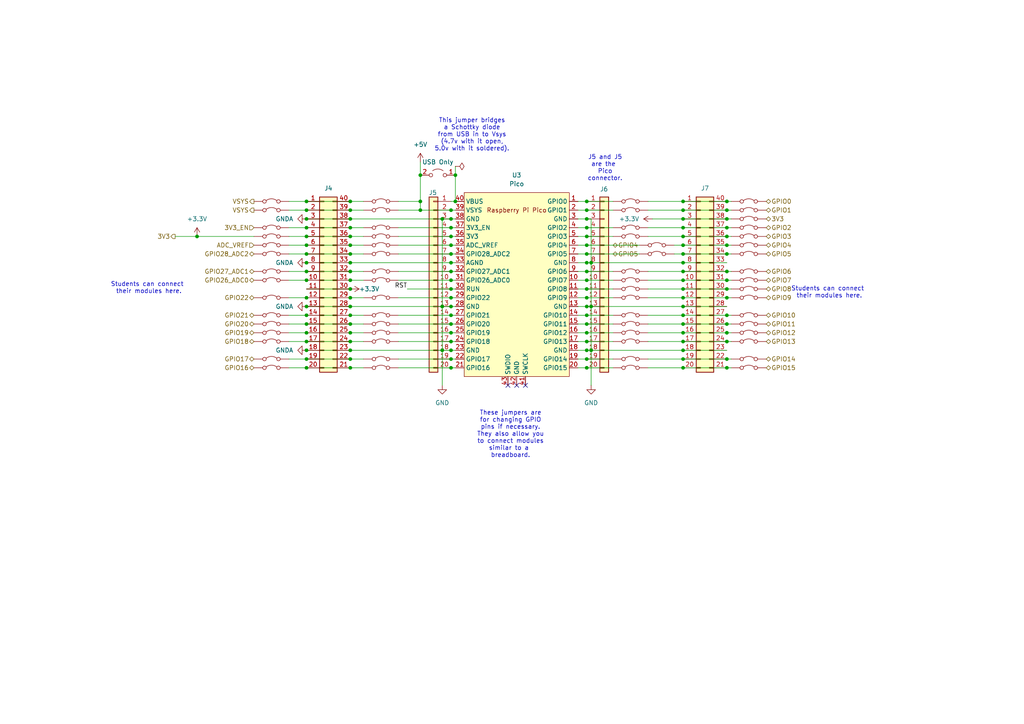
<source format=kicad_sch>
(kicad_sch (version 20250114) (generator "eeschema") (generator_version "9.0")
  (paper "A4")
  (text "These jumpers are\nfor changing GPIO\npins if necessary.\nThey also allow you\nto connect modules\nsimilar to a \nbreadboard." (at 148.082 125.984 0) (effects (font (size 1.27 1.27))))
  (text "Students can connect \ntheir modules here." (at 43.18 83.566 0) (effects (font (size 1.27 1.27))))
  (text "J5 and J5\nare the \nPico\nconnector." (at 175.514 48.768 0) (effects (font (size 1.27 1.27))))
  (text "This jumper bridges\na Schottky diode\nfrom USB in to Vsys\n(4.7v with it open,\n5.0v with it soldered)." (at 136.906 39.116 0) (effects (font (size 1.27 1.27))))
  (text "Students can connect \ntheir modules here." (at 240.538 84.836 0) (effects (font (size 1.27 1.27))))
  (junction (at 88.9 104.14))
  (junction (at 132.08 58.42))
  (junction (at 128.27 63.5))
  (junction (at 170.18 106.68))
  (junction (at 101.6 93.98))
  (junction (at 170.18 93.98))
  (junction (at 210.82 66.04))
  (junction (at 198.12 99.06))
  (junction (at 170.18 99.06))
  (junction (at 88.9 96.52))
  (junction (at 198.12 86.36))
  (junction (at 210.82 91.44))
  (junction (at 128.27 101.6))
  (junction (at 171.45 76.2))
  (junction (at 210.82 78.74))
  (junction (at 130.81 83.82))
  (junction (at 88.9 106.68))
  (junction (at 170.18 91.44))
  (junction (at 88.9 68.58))
  (junction (at 171.45 88.9))
  (junction (at 88.9 91.44))
  (junction (at 170.18 71.12))
  (junction (at 101.6 76.2))
  (junction (at 101.6 96.52))
  (junction (at 210.82 68.58))
  (junction (at 170.18 68.58))
  (junction (at 132.08 50.8))
  (junction (at 210.82 71.12))
  (junction (at 121.92 50.8))
  (junction (at 170.18 76.2))
  (junction (at 101.6 63.5))
  (junction (at 130.81 106.68))
  (junction (at 101.6 58.42))
  (junction (at 210.82 81.28))
  (junction (at 170.18 63.5))
  (junction (at 101.6 88.9))
  (junction (at 198.12 60.96))
  (junction (at 130.81 76.2))
  (junction (at 198.12 81.28))
  (junction (at 101.6 78.74))
  (junction (at 88.9 99.06))
  (junction (at 210.82 73.66))
  (junction (at 170.18 104.14))
  (junction (at 101.6 81.28))
  (junction (at 88.9 58.42))
  (junction (at 210.82 104.14))
  (junction (at 101.6 91.44))
  (junction (at 210.82 93.98))
  (junction (at 101.6 104.14))
  (junction (at 210.82 86.36))
  (junction (at 88.9 63.5))
  (junction (at 101.6 83.82))
  (junction (at 210.82 60.96))
  (junction (at 101.6 68.58))
  (junction (at 121.92 60.96))
  (junction (at 101.6 71.12))
  (junction (at 198.12 71.12))
  (junction (at 101.6 60.96))
  (junction (at 121.92 58.42))
  (junction (at 130.81 96.52))
  (junction (at 88.9 81.28))
  (junction (at 198.12 104.14))
  (junction (at 210.82 58.42))
  (junction (at 198.12 58.42))
  (junction (at 130.81 78.74))
  (junction (at 88.9 66.04))
  (junction (at 210.82 106.68))
  (junction (at 210.82 83.82))
  (junction (at 170.18 58.42))
  (junction (at 130.81 60.96))
  (junction (at 88.9 60.96))
  (junction (at 198.12 76.2))
  (junction (at 198.12 68.58))
  (junction (at 101.6 106.68))
  (junction (at 88.9 71.12))
  (junction (at 101.6 99.06))
  (junction (at 171.45 101.6))
  (junction (at 130.81 66.04))
  (junction (at 130.81 91.44))
  (junction (at 88.9 73.66))
  (junction (at 130.81 101.6))
  (junction (at 57.15 68.58))
  (junction (at 170.18 101.6))
  (junction (at 101.6 73.66))
  (junction (at 88.9 76.2))
  (junction (at 170.18 60.96))
  (junction (at 198.12 101.6))
  (junction (at 170.18 88.9))
  (junction (at 198.12 83.82))
  (junction (at 198.12 78.74))
  (junction (at 198.12 73.66))
  (junction (at 88.9 93.98))
  (junction (at 130.81 88.9))
  (junction (at 130.81 63.5))
  (junction (at 130.81 81.28))
  (junction (at 88.9 101.6))
  (junction (at 130.81 86.36))
  (junction (at 170.18 96.52))
  (junction (at 130.81 71.12))
  (junction (at 210.82 63.5))
  (junction (at 101.6 66.04))
  (junction (at 128.27 88.9))
  (junction (at 210.82 96.52))
  (junction (at 170.18 81.28))
  (junction (at 198.12 91.44))
  (junction (at 130.81 68.58))
  (junction (at 170.18 83.82))
  (junction (at 198.12 63.5))
  (junction (at 198.12 96.52))
  (junction (at 101.6 86.36))
  (junction (at 170.18 86.36))
  (junction (at 198.12 106.68))
  (junction (at 198.12 66.04))
  (junction (at 198.12 93.98))
  (junction (at 170.18 78.74))
  (junction (at 210.82 99.06))
  (junction (at 101.6 101.6))
  (junction (at 170.18 66.04))
  (junction (at 130.81 93.98))
  (junction (at 88.9 88.9))
  (junction (at 198.12 88.9))
  (junction (at 130.81 73.66))
  (junction (at 88.9 86.36))
  (junction (at 170.18 73.66))
  (junction (at 130.81 99.06))
  (junction (at 130.81 104.14))
  (junction (at 88.9 78.74))
  (no_connect (at 152.4 111.76))
  (no_connect (at 147.32 111.76))
  (no_connect (at 149.86 111.76))
  (wire (pts (xy 83.82 93.98) (xy 88.9 93.98)))
  (wire (pts (xy 88.9 68.58) (xy 101.6 68.58)))
  (wire (pts (xy 130.81 99.06) (xy 132.08 99.06)))
  (wire (pts (xy 121.92 46.99) (xy 121.92 50.8)))
  (wire (pts (xy 88.9 91.44) (xy 101.6 91.44)))
  (wire (pts (xy 130.81 63.5) (xy 128.27 63.5)))
  (wire (pts (xy 171.45 76.2) (xy 171.45 88.9)))
  (wire (pts (xy 170.18 63.5) (xy 167.64 63.5)))
  (wire (pts (xy 187.96 96.52) (xy 198.12 96.52)))
  (wire (pts (xy 130.81 88.9) (xy 128.27 88.9)))
  (wire (pts (xy 130.81 96.52) (xy 132.08 96.52)))
  (wire (pts (xy 130.81 83.82) (xy 132.08 83.82)))
  (wire (pts (xy 88.9 71.12) (xy 101.6 71.12)))
  (wire (pts (xy 187.96 104.14) (xy 198.12 104.14)))
  (wire (pts (xy 198.12 76.2) (xy 210.82 76.2)))
  (wire (pts (xy 187.96 58.42) (xy 198.12 58.42)))
  (wire (pts (xy 88.9 88.9) (xy 101.6 88.9)))
  (wire (pts (xy 88.9 99.06) (xy 101.6 99.06)))
  (wire (pts (xy 88.9 104.14) (xy 101.6 104.14)))
  (wire (pts (xy 198.12 71.12) (xy 210.82 71.12)))
  (wire (pts (xy 187.96 86.36) (xy 198.12 86.36)))
  (wire (pts (xy 115.57 93.98) (xy 130.81 93.98)))
  (wire (pts (xy 115.57 78.74) (xy 130.81 78.74)))
  (wire (pts (xy 170.18 68.58) (xy 177.8 68.58)))
  (wire (pts (xy 167.64 104.14) (xy 170.18 104.14)))
  (wire (pts (xy 128.27 88.9) (xy 128.27 101.6)))
  (wire (pts (xy 170.18 71.12) (xy 185.42 71.12)))
  (wire (pts (xy 115.57 106.68) (xy 130.81 106.68)))
  (wire (pts (xy 83.82 78.74) (xy 88.9 78.74)))
  (wire (pts (xy 83.82 58.42) (xy 88.9 58.42)))
  (wire (pts (xy 101.6 76.2) (xy 130.81 76.2)))
  (wire (pts (xy 130.81 63.5) (xy 132.08 63.5)))
  (wire (pts (xy 101.6 88.9) (xy 128.27 88.9)))
  (wire (pts (xy 115.57 104.14) (xy 130.81 104.14)))
  (wire (pts (xy 198.12 58.42) (xy 210.82 58.42)))
  (wire (pts (xy 115.57 81.28) (xy 130.81 81.28)))
  (wire (pts (xy 171.45 63.5) (xy 171.45 76.2)))
  (wire (pts (xy 83.82 91.44) (xy 88.9 91.44)))
  (wire (pts (xy 198.12 63.5) (xy 189.23 63.5)))
  (wire (pts (xy 83.82 86.36) (xy 88.9 86.36)))
  (wire (pts (xy 210.82 83.82) (xy 212.09 83.82)))
  (wire (pts (xy 105.41 60.96) (xy 101.6 60.96)))
  (wire (pts (xy 130.81 73.66) (xy 132.08 73.66)))
  (wire (pts (xy 88.9 78.74) (xy 101.6 78.74)))
  (wire (pts (xy 130.81 58.42) (xy 132.08 58.42)))
  (wire (pts (xy 171.45 101.6) (xy 198.12 101.6)))
  (wire (pts (xy 132.08 48.26) (xy 132.08 50.8)))
  (wire (pts (xy 170.18 73.66) (xy 167.64 73.66)))
  (wire (pts (xy 105.41 93.98) (xy 101.6 93.98)))
  (wire (pts (xy 115.57 71.12) (xy 130.81 71.12)))
  (wire (pts (xy 198.12 93.98) (xy 210.82 93.98)))
  (wire (pts (xy 187.96 60.96) (xy 198.12 60.96)))
  (wire (pts (xy 170.18 91.44) (xy 177.8 91.44)))
  (wire (pts (xy 177.8 66.04) (xy 170.18 66.04)))
  (wire (pts (xy 187.96 106.68) (xy 198.12 106.68)))
  (wire (pts (xy 198.12 101.6) (xy 210.82 101.6)))
  (wire (pts (xy 83.82 66.04) (xy 88.9 66.04)))
  (wire (pts (xy 130.81 71.12) (xy 132.08 71.12)))
  (wire (pts (xy 88.9 86.36) (xy 101.6 86.36)))
  (wire (pts (xy 187.96 99.06) (xy 198.12 99.06)))
  (wire (pts (xy 167.64 106.68) (xy 170.18 106.68)))
  (wire (pts (xy 210.82 93.98) (xy 212.09 93.98)))
  (wire (pts (xy 198.12 88.9) (xy 210.82 88.9)))
  (wire (pts (xy 83.82 73.66) (xy 88.9 73.66)))
  (wire (pts (xy 130.81 60.96) (xy 121.92 60.96)))
  (wire (pts (xy 83.82 71.12) (xy 88.9 71.12)))
  (wire (pts (xy 170.18 96.52) (xy 167.64 96.52)))
  (wire (pts (xy 170.18 76.2) (xy 171.45 76.2)))
  (wire (pts (xy 210.82 91.44) (xy 212.09 91.44)))
  (wire (pts (xy 130.81 81.28) (xy 132.08 81.28)))
  (wire (pts (xy 115.57 68.58) (xy 130.81 68.58)))
  (wire (pts (xy 198.12 91.44) (xy 210.82 91.44)))
  (wire (pts (xy 121.92 58.42) (xy 121.92 60.96)))
  (wire (pts (xy 167.64 88.9) (xy 170.18 88.9)))
  (wire (pts (xy 170.18 99.06) (xy 177.8 99.06)))
  (wire (pts (xy 83.82 68.58) (xy 88.9 68.58)))
  (wire (pts (xy 105.41 58.42) (xy 101.6 58.42)))
  (wire (pts (xy 170.18 96.52) (xy 177.8 96.52)))
  (wire (pts (xy 198.12 96.52) (xy 210.82 96.52)))
  (wire (pts (xy 210.82 71.12) (xy 212.09 71.12)))
  (wire (pts (xy 170.18 66.04) (xy 167.64 66.04)))
  (wire (pts (xy 170.18 60.96) (xy 167.64 60.96)))
  (wire (pts (xy 130.81 60.96) (xy 132.08 60.96)))
  (wire (pts (xy 130.81 78.74) (xy 132.08 78.74)))
  (wire (pts (xy 210.82 81.28) (xy 212.09 81.28)))
  (wire (pts (xy 115.57 96.52) (xy 130.81 96.52)))
  (wire (pts (xy 198.12 63.5) (xy 210.82 63.5)))
  (wire (pts (xy 198.12 68.58) (xy 210.82 68.58)))
  (wire (pts (xy 130.81 91.44) (xy 132.08 91.44)))
  (wire (pts (xy 130.81 93.98) (xy 132.08 93.98)))
  (wire (pts (xy 115.57 58.42) (xy 121.92 58.42)))
  (wire (pts (xy 170.18 71.12) (xy 167.64 71.12)))
  (wire (pts (xy 105.41 86.36) (xy 101.6 86.36)))
  (wire (pts (xy 167.64 91.44) (xy 170.18 91.44)))
  (wire (pts (xy 210.82 104.14) (xy 212.09 104.14)))
  (wire (pts (xy 132.08 50.8) (xy 132.08 58.42)))
  (wire (pts (xy 105.41 71.12) (xy 101.6 71.12)))
  (wire (pts (xy 170.18 104.14) (xy 177.8 104.14)))
  (wire (pts (xy 170.18 81.28) (xy 177.8 81.28)))
  (wire (pts (xy 83.82 81.28) (xy 88.9 81.28)))
  (wire (pts (xy 50.8 68.58) (xy 57.15 68.58)))
  (wire (pts (xy 198.12 60.96) (xy 210.82 60.96)))
  (wire (pts (xy 105.41 81.28) (xy 101.6 81.28)))
  (wire (pts (xy 115.57 60.96) (xy 121.92 60.96)))
  (wire (pts (xy 170.18 93.98) (xy 167.64 93.98)))
  (wire (pts (xy 101.6 104.14) (xy 105.41 104.14)))
  (wire (pts (xy 83.82 96.52) (xy 88.9 96.52)))
  (wire (pts (xy 170.18 78.74) (xy 177.8 78.74)))
  (wire (pts (xy 187.96 81.28) (xy 198.12 81.28)))
  (wire (pts (xy 210.82 86.36) (xy 212.09 86.36)))
  (wire (pts (xy 198.12 99.06) (xy 210.82 99.06)))
  (wire (pts (xy 105.41 106.68) (xy 101.6 106.68)))
  (wire (pts (xy 88.9 66.04) (xy 101.6 66.04)))
  (wire (pts (xy 170.18 106.68) (xy 177.8 106.68)))
  (wire (pts (xy 195.58 71.12) (xy 198.12 71.12)))
  (wire (pts (xy 88.9 83.82) (xy 101.6 83.82)))
  (wire (pts (xy 170.18 58.42) (xy 167.64 58.42)))
  (wire (pts (xy 105.41 68.58) (xy 101.6 68.58)))
  (wire (pts (xy 130.81 88.9) (xy 132.08 88.9)))
  (wire (pts (xy 170.18 101.6) (xy 167.64 101.6)))
  (wire (pts (xy 130.81 68.58) (xy 132.08 68.58)))
  (wire (pts (xy 198.12 104.14) (xy 210.82 104.14)))
  (wire (pts (xy 167.64 86.36) (xy 170.18 86.36)))
  (wire (pts (xy 115.57 91.44) (xy 130.81 91.44)))
  (wire (pts (xy 210.82 106.68) (xy 212.09 106.68)))
  (wire (pts (xy 115.57 73.66) (xy 130.81 73.66)))
  (wire (pts (xy 130.81 106.68) (xy 132.08 106.68)))
  (wire (pts (xy 212.09 63.5) (xy 210.82 63.5)))
  (wire (pts (xy 170.18 99.06) (xy 167.64 99.06)))
  (wire (pts (xy 115.57 66.04) (xy 130.81 66.04)))
  (wire (pts (xy 170.18 83.82) (xy 177.8 83.82)))
  (wire (pts (xy 88.9 96.52) (xy 101.6 96.52)))
  (wire (pts (xy 170.18 63.5) (xy 171.45 63.5)))
  (wire (pts (xy 210.82 99.06) (xy 212.09 99.06)))
  (wire (pts (xy 210.82 96.52) (xy 212.09 96.52)))
  (wire (pts (xy 105.41 91.44) (xy 101.6 91.44)))
  (wire (pts (xy 195.58 73.66) (xy 198.12 73.66)))
  (wire (pts (xy 132.08 101.6) (xy 130.81 101.6)))
  (wire (pts (xy 88.9 101.6) (xy 101.6 101.6)))
  (wire (pts (xy 88.9 60.96) (xy 101.6 60.96)))
  (wire (pts (xy 170.18 86.36) (xy 177.8 86.36)))
  (wire (pts (xy 105.41 73.66) (xy 101.6 73.66)))
  (wire (pts (xy 83.82 99.06) (xy 88.9 99.06)))
  (wire (pts (xy 118.11 83.82) (xy 130.81 83.82)))
  (wire (pts (xy 121.92 50.8) (xy 121.92 58.42)))
  (wire (pts (xy 187.96 91.44) (xy 198.12 91.44)))
  (wire (pts (xy 187.96 78.74) (xy 198.12 78.74)))
  (wire (pts (xy 170.18 101.6) (xy 171.45 101.6)))
  (wire (pts (xy 167.64 76.2) (xy 170.18 76.2)))
  (wire (pts (xy 88.9 58.42) (xy 101.6 58.42)))
  (wire (pts (xy 187.96 93.98) (xy 198.12 93.98)))
  (wire (pts (xy 130.81 66.04) (xy 132.08 66.04)))
  (wire (pts (xy 170.18 83.82) (xy 167.64 83.82)))
  (wire (pts (xy 115.57 99.06) (xy 130.81 99.06)))
  (wire (pts (xy 130.81 101.6) (xy 128.27 101.6)))
  (wire (pts (xy 170.18 73.66) (xy 185.42 73.66)))
  (wire (pts (xy 105.41 96.52) (xy 101.6 96.52)))
  (wire (pts (xy 101.6 101.6) (xy 128.27 101.6)))
  (wire (pts (xy 170.18 68.58) (xy 167.64 68.58)))
  (wire (pts (xy 171.45 88.9) (xy 198.12 88.9)))
  (wire (pts (xy 88.9 76.2) (xy 101.6 76.2)))
  (wire (pts (xy 88.9 93.98) (xy 101.6 93.98)))
  (wire (pts (xy 198.12 106.68) (xy 210.82 106.68)))
  (wire (pts (xy 83.82 104.14) (xy 88.9 104.14)))
  (wire (pts (xy 115.57 86.36) (xy 130.81 86.36)))
  (wire (pts (xy 210.82 78.74) (xy 212.09 78.74)))
  (wire (pts (xy 177.8 58.42) (xy 170.18 58.42)))
  (wire (pts (xy 170.18 60.96) (xy 177.8 60.96)))
  (wire (pts (xy 210.82 58.42) (xy 212.09 58.42)))
  (wire (pts (xy 101.6 63.5) (xy 128.27 63.5)))
  (wire (pts (xy 128.27 101.6) (xy 128.27 111.76)))
  (wire (pts (xy 170.18 78.74) (xy 167.64 78.74)))
  (wire (pts (xy 57.15 68.58) (xy 73.66 68.58)))
  (wire (pts (xy 187.96 66.04) (xy 198.12 66.04)))
  (wire (pts (xy 88.9 73.66) (xy 101.6 73.66)))
  (wire (pts (xy 187.96 83.82) (xy 198.12 83.82)))
  (wire (pts (xy 101.6 99.06) (xy 105.41 99.06)))
  (wire (pts (xy 171.45 76.2) (xy 198.12 76.2)))
  (wire (pts (xy 210.82 60.96) (xy 212.09 60.96)))
  (wire (pts (xy 130.81 76.2) (xy 132.08 76.2)))
  (wire (pts (xy 88.9 106.68) (xy 101.6 106.68)))
  (wire (pts (xy 128.27 63.5) (xy 128.27 88.9)))
  (wire (pts (xy 198.12 81.28) (xy 210.82 81.28)))
  (wire (pts (xy 83.82 106.68) (xy 88.9 106.68)))
  (wire (pts (xy 170.18 88.9) (xy 171.45 88.9)))
  (wire (pts (xy 198.12 66.04) (xy 210.82 66.04)))
  (wire (pts (xy 210.82 73.66) (xy 212.09 73.66)))
  (wire (pts (xy 130.81 86.36) (xy 132.08 86.36)))
  (wire (pts (xy 198.12 78.74) (xy 210.82 78.74)))
  (wire (pts (xy 210.82 66.04) (xy 212.09 66.04)))
  (wire (pts (xy 83.82 60.96) (xy 88.9 60.96)))
  (wire (pts (xy 170.18 93.98) (xy 177.8 93.98)))
  (wire (pts (xy 171.45 101.6) (xy 171.45 111.76)))
  (wire (pts (xy 105.41 66.04) (xy 101.6 66.04)))
  (wire (pts (xy 171.45 88.9) (xy 171.45 101.6)))
  (wire (pts (xy 210.82 68.58) (xy 212.09 68.58)))
  (wire (pts (xy 88.9 63.5) (xy 101.6 63.5)))
  (wire (pts (xy 198.12 86.36) (xy 210.82 86.36)))
  (wire (pts (xy 187.96 68.58) (xy 198.12 68.58)))
  (wire (pts (xy 88.9 81.28) (xy 101.6 81.28)))
  (wire (pts (xy 105.41 78.74) (xy 101.6 78.74)))
  (wire (pts (xy 198.12 73.66) (xy 210.82 73.66)))
  (wire (pts (xy 198.12 83.82) (xy 210.82 83.82)))
  (wire (pts (xy 167.64 81.28) (xy 170.18 81.28)))
  (wire (pts (xy 130.81 104.14) (xy 132.08 104.14)))
  (label "RST" (at 118.11 83.82 180))
  (hierarchical_label "GPIO28_ADC2" (shape bidirectional) (at 73.66 73.66 180))
  (hierarchical_label "GPIO14" (shape bidirectional) (at 222.25 104.14 0))
  (hierarchical_label "ADC_VREF" (shape input) (at 73.66 71.12 180))
  (hierarchical_label "GPIO5" (shape bidirectional) (at 177.8 73.66 0))
  (hierarchical_label "3V3_EN" (shape input) (at 73.66 66.04 180))
  (hierarchical_label "GPIO13" (shape bidirectional) (at 222.25 99.06 0))
  (hierarchical_label "GPIO21" (shape bidirectional) (at 73.66 91.44 180))
  (hierarchical_label "GPIO26_ADC0" (shape bidirectional) (at 73.66 81.28 180))
  (hierarchical_label "GPIO20" (shape bidirectional) (at 73.66 93.98 180))
  (hierarchical_label "GPIO0" (shape bidirectional) (at 222.25 58.42 0))
  (hierarchical_label "GPIO22" (shape bidirectional) (at 73.66 86.36 180))
  (hierarchical_label "GPIO7" (shape bidirectional) (at 222.25 81.28 0))
  (hierarchical_label "3V3" (shape output) (at 50.8 68.58 180))
  (hierarchical_label "GPIO3" (shape bidirectional) (at 222.25 68.58 0))
  (hierarchical_label "GPIO19" (shape bidirectional) (at 73.66 96.52 180))
  (hierarchical_label "GPIO6" (shape bidirectional) (at 222.25 78.74 0))
  (hierarchical_label "VSYS" (shape output) (at 73.66 58.42 180))
  (hierarchical_label "GPIO1" (shape bidirectional) (at 222.25 60.96 0))
  (hierarchical_label "GPIO11" (shape bidirectional) (at 222.25 93.98 0))
  (hierarchical_label "GPIO4" (shape bidirectional) (at 222.25 71.12 0))
  (hierarchical_label "GPIO15" (shape bidirectional) (at 222.25 106.68 0))
  (hierarchical_label "GPIO27_ADC1" (shape bidirectional) (at 73.66 78.74 180))
  (hierarchical_label "GPIO8" (shape bidirectional) (at 222.25 83.82 0))
  (hierarchical_label "GPIO2" (shape bidirectional) (at 222.25 66.04 0))
  (hierarchical_label "GPIO12" (shape bidirectional) (at 222.25 96.52 0))
  (hierarchical_label "GPIO10" (shape bidirectional) (at 222.25 91.44 0))
  (hierarchical_label "GPIO16" (shape bidirectional) (at 73.66 106.68 180))
  (hierarchical_label "VSYS" (shape output) (at 73.66 60.96 180))
  (hierarchical_label "3V3" (shape bidirectional) (at 222.25 63.5 0))
  (hierarchical_label "GPIO5" (shape bidirectional) (at 222.25 73.66 0))
  (hierarchical_label "GPIO18" (shape bidirectional) (at 73.66 99.06 180))
  (hierarchical_label "GPIO4" (shape bidirectional) (at 177.8 71.12 0))
  (hierarchical_label "GPIO17" (shape bidirectional) (at 73.66 104.14 180))
  (hierarchical_label "GPIO9" (shape bidirectional) (at 222.25 86.36 0))
  (symbol (lib_id "Jumper:Jumper_2_Bridged") (at 78.74 71.12 0) (unit 1) (exclude_from_sim yes)
    (property "Reference" "JP24" (effects (hide yes)))
    (property "Value" "Jumper_2_Bridged" (effects (hide yes)))
    (property "Footprint" "Jumper:SolderJumper-2_P1.3mm_Bridged2Bar_RoundedPad1.0x1.5mm" (effects (hide yes)))
    (property "Description" "Jumper, 2-pole, closed/bridged" (effects (hide yes)))
  )
  (symbol (lib_id "Jumper:Jumper_2_Bridged") (at 182.88 58.42 0) (unit 1) (exclude_from_sim yes)
    (property "Reference" "JP51" (effects (hide yes)))
    (property "Value" "Jumper_2_Bridged" (effects (hide yes)))
    (property "Footprint" "Jumper:SolderJumper-2_P1.3mm_Bridged2Bar_RoundedPad1.0x1.5mm" (effects (hide yes)))
    (property "Description" "Jumper, 2-pole, closed/bridged" (effects (hide yes)))
  )
  (symbol (lib_id "power:GNDA") (at 88.9 76.2 270) (unit 1)
    (property "Reference" "#PWR026" (effects (hide yes)))
    (property "Value" "GNDA" (at 85.09 76.1999 90) (effects (justify right)))
  )
  (symbol (lib_id "Jumper:Jumper_2_Bridged") (at 182.88 68.58 0) (unit 1) (exclude_from_sim yes)
    (property "Reference" "JP54" (effects (hide yes)))
    (property "Value" "Jumper_2_Bridged" (effects (hide yes)))
    (property "Footprint" "Jumper:SolderJumper-2_P1.3mm_Bridged2Bar_RoundedPad1.0x1.5mm" (effects (hide yes)))
    (property "Description" "Jumper, 2-pole, closed/bridged" (effects (hide yes)))
  )
  (symbol (lib_id "Jumper:Jumper_2_Bridged") (at 182.88 96.52 0) (unit 1) (exclude_from_sim yes)
    (property "Reference" "JP63" (effects (hide yes)))
    (property "Value" "Jumper_2_Bridged" (effects (hide yes)))
    (property "Footprint" "Jumper:SolderJumper-2_P1.3mm_Bridged2Bar_RoundedPad1.0x1.5mm" (effects (hide yes)))
    (property "Description" "Jumper, 2-pole, closed/bridged" (effects (hide yes)))
  )
  (symbol (lib_id "Jumper:Jumper_2_Bridged") (at 78.74 106.68 0) (unit 1) (exclude_from_sim yes)
    (property "Reference" "JP34" (effects (hide yes)))
    (property "Value" "Jumper_2_Bridged" (effects (hide yes)))
    (property "Footprint" "Jumper:SolderJumper-2_P1.3mm_Bridged2Bar_RoundedPad1.0x1.5mm" (effects (hide yes)))
    (property "Description" "Jumper, 2-pole, closed/bridged" (effects (hide yes)))
  )
  (symbol (lib_id "power:+5V") (at 121.92 46.99 0) (mirror y) (unit 1)
    (property "Reference" "#PWR029" (effects (hide yes)))
    (property "Value" "+5V" (at 121.92 41.91 0))
  )
  (symbol (lib_id "Jumper:Jumper_2_Bridged") (at 217.17 86.36 0) (unit 1) (exclude_from_sim yes)
    (property "Reference" "JP77" (effects (hide yes)))
    (property "Value" "Jumper_2_Bridged" (effects (hide yes)))
    (property "Footprint" "Jumper:SolderJumper-2_P1.3mm_Bridged2Bar_RoundedPad1.0x1.5mm" (effects (hide yes)))
    (property "Description" "Jumper, 2-pole, closed/bridged" (effects (hide yes)))
  )
  (symbol (lib_id "Jumper:Jumper_2_Bridged") (at 217.17 93.98 0) (unit 1) (exclude_from_sim yes)
    (property "Reference" "JP79" (effects (hide yes)))
    (property "Value" "Jumper_2_Bridged" (effects (hide yes)))
    (property "Footprint" "Jumper:SolderJumper-2_P1.3mm_Bridged2Bar_RoundedPad1.0x1.5mm" (effects (hide yes)))
    (property "Description" "Jumper, 2-pole, closed/bridged" (effects (hide yes)))
  )
  (symbol (lib_id "Jumper:Jumper_2_Bridged") (at 110.49 106.68 0) (unit 1) (exclude_from_sim yes)
    (property "Reference" "JP49" (effects (hide yes)))
    (property "Value" "Jumper_2_Bridged" (effects (hide yes)))
    (property "Footprint" "Jumper:SolderJumper-2_P1.3mm_Bridged2Bar_RoundedPad1.0x1.5mm" (effects (hide yes)))
    (property "Description" "Jumper, 2-pole, closed/bridged" (effects (hide yes)))
  )
  (symbol (lib_id "Jumper:Jumper_2_Bridged") (at 182.88 104.14 0) (unit 1) (exclude_from_sim yes)
    (property "Reference" "JP65" (effects (hide yes)))
    (property "Value" "Jumper_2_Bridged" (effects (hide yes)))
    (property "Footprint" "Jumper:SolderJumper-2_P1.3mm_Bridged2Bar_RoundedPad1.0x1.5mm" (effects (hide yes)))
    (property "Description" "Jumper, 2-pole, closed/bridged" (effects (hide yes)))
  )
  (symbol (lib_id "power:GNDA") (at 88.9 88.9 270) (unit 1)
    (property "Reference" "#PWR0120" (effects (hide yes)))
    (property "Value" "GNDA" (at 85.09 88.8999 90) (effects (justify right)))
  )
  (symbol (lib_id "Jumper:Jumper_2_Bridged") (at 110.49 81.28 0) (unit 1) (exclude_from_sim yes)
    (property "Reference" "JP42" (effects (hide yes)))
    (property "Value" "Jumper_2_Bridged" (effects (hide yes)))
    (property "Footprint" "Jumper:SolderJumper-2_P1.3mm_Bridged2Bar_RoundedPad1.0x1.5mm" (effects (hide yes)))
    (property "Description" "Jumper, 2-pole, closed/bridged" (effects (hide yes)))
  )
  (symbol (lib_id "Jumper:Jumper_2_Bridged") (at 78.74 86.36 0) (unit 1) (exclude_from_sim yes)
    (property "Reference" "JP28" (effects (hide yes)))
    (property "Value" "Jumper_2_Bridged" (effects (hide yes)))
    (property "Footprint" "Jumper:SolderJumper-2_P1.3mm_Bridged2Bar_RoundedPad1.0x1.5mm" (effects (hide yes)))
    (property "Description" "Jumper, 2-pole, closed/bridged" (effects (hide yes)))
  )
  (symbol (lib_id "MCU_RaspberryPi_and_Boards:Pico") (at 149.86 82.55 0) (mirror y) (unit 1)
    (property "Reference" "U3" (at 149.86 50.8 0))
    (property "Value" "Pico" (at 149.86 53.34 0))
    (property "Footprint" "MCU_RaspberryPi_and_Boards:RPi_Pico_SMD_TH" (effects (hide yes)))
    (property "Datasheet" "https://datasheets.raspberrypi.com/pico/pico-datasheet.pdf" (effects (hide yes)))
  )
  (symbol (lib_id "Jumper:Jumper_2_Open") (at 127 50.8 0) (mirror y) (unit 1)
    (property "Reference" "JP50" (effects (hide yes)))
    (property "Value" "USB Only" (at 127 46.99 0))
    (property "Footprint" "Jumper:SolderJumper-2_P1.3mm_Open_RoundedPad1.0x1.5mm" (effects (hide yes)))
  )
  (symbol (lib_id "power:+3.3V") (at 189.23 63.5 90) (unit 1)
    (property "Reference" "#PWR032" (effects (hide yes)))
    (property "Value" "+3.3V" (at 185.42 63.4999 90) (effects (justify left)))
  )
  (symbol (lib_id "Jumper:Jumper_2_Bridged") (at 182.88 81.28 0) (unit 1) (exclude_from_sim yes)
    (property "Reference" "JP58" (effects (hide yes)))
    (property "Value" "Jumper_2_Bridged" (effects (hide yes)))
    (property "Footprint" "Jumper:SolderJumper-2_P1.3mm_Bridged2Bar_RoundedPad1.0x1.5mm" (effects (hide yes)))
    (property "Description" "Jumper, 2-pole, closed/bridged" (effects (hide yes)))
  )
  (symbol (lib_id "Jumper:Jumper_2_Bridged") (at 110.49 91.44 0) (unit 1) (exclude_from_sim yes)
    (property "Reference" "JP44" (effects (hide yes)))
    (property "Value" "Jumper_2_Bridged" (effects (hide yes)))
    (property "Footprint" "Jumper:SolderJumper-2_P1.3mm_Bridged2Bar_RoundedPad1.0x1.5mm" (effects (hide yes)))
    (property "Description" "Jumper, 2-pole, closed/bridged" (effects (hide yes)))
  )
  (symbol (lib_id "power:PWR_FLAG") (at 132.08 48.26 270) (unit 1)
    (property "Reference" "#FLG01" (effects (hide yes)))
    (property "Value" "PWR_FLAG" (effects (hide yes)))
  )
  (symbol (lib_id "Jumper:Jumper_2_Bridged") (at 110.49 99.06 0) (unit 1) (exclude_from_sim yes)
    (property "Reference" "JP47" (effects (hide yes)))
    (property "Value" "Jumper_2_Bridged" (effects (hide yes)))
    (property "Footprint" "Jumper:SolderJumper-2_P1.3mm_Bridged2Bar_RoundedPad1.0x1.5mm" (effects (hide yes)))
    (property "Description" "Jumper, 2-pole, closed/bridged" (effects (hide yes)))
  )
  (symbol (lib_id "Jumper:Jumper_2_Bridged") (at 110.49 68.58 0) (unit 1) (exclude_from_sim yes)
    (property "Reference" "JP38" (effects (hide yes)))
    (property "Value" "Jumper_2_Bridged" (effects (hide yes)))
    (property "Footprint" "Jumper:SolderJumper-2_P1.3mm_Bridged2Bar_RoundedPad1.0x1.5mm" (effects (hide yes)))
    (property "Description" "Jumper, 2-pole, closed/bridged" (effects (hide yes)))
  )
  (symbol (lib_name "+3.3V_1") (lib_id "power:+3.3V") (at 57.15 68.58 0) (unit 1)
    (property "Reference" "#PWR025" (effects (hide yes)))
    (property "Value" "+3.3V" (at 57.15 63.5 0))
    (property "Description" "Power symbol creates a global label with name \"+3.3V\"" (effects (hide yes)))
  )
  (symbol (lib_id "Jumper:Jumper_2_Bridged") (at 110.49 60.96 0) (unit 1) (exclude_from_sim yes)
    (property "Reference" "JP36" (effects (hide yes)))
    (property "Value" "Jumper_2_Bridged" (effects (hide yes)))
    (property "Footprint" "Jumper:SolderJumper-2_P1.3mm_Bridged2Bar_RoundedPad1.0x1.5mm" (effects (hide yes)))
    (property "Description" "Jumper, 2-pole, closed/bridged" (effects (hide yes)))
  )
  (symbol (lib_id "Jumper:Jumper_2_Bridged") (at 78.74 104.14 0) (unit 1) (exclude_from_sim yes)
    (property "Reference" "JP33" (effects (hide yes)))
    (property "Value" "Jumper_2_Bridged" (effects (hide yes)))
    (property "Footprint" "Jumper:SolderJumper-2_P1.3mm_Bridged2Bar_RoundedPad1.0x1.5mm" (effects (hide yes)))
    (property "Description" "Jumper, 2-pole, closed/bridged" (effects (hide yes)))
  )
  (symbol (lib_id "Jumper:Jumper_2_Bridged") (at 217.17 63.5 0) (unit 1) (exclude_from_sim yes)
    (property "Reference" "JP69" (effects (hide yes)))
    (property "Value" "Jumper_2_Bridged" (effects (hide yes)))
    (property "Footprint" "Jumper:SolderJumper-2_P1.3mm_Bridged2Bar_RoundedPad1.0x1.5mm" (effects (hide yes)))
    (property "Description" "Jumper, 2-pole, closed/bridged" (effects (hide yes)))
  )
  (symbol (lib_id "Jumper:Jumper_2_Bridged") (at 217.17 78.74 0) (unit 1) (exclude_from_sim yes)
    (property "Reference" "JP74" (effects (hide yes)))
    (property "Value" "Jumper_2_Bridged" (effects (hide yes)))
    (property "Footprint" "Jumper:SolderJumper-2_P1.3mm_Bridged2Bar_RoundedPad1.0x1.5mm" (effects (hide yes)))
    (property "Description" "Jumper, 2-pole, closed/bridged" (effects (hide yes)))
  )
  (symbol (lib_id "Jumper:Jumper_2_Bridged") (at 217.17 106.68 0) (unit 1) (exclude_from_sim yes)
    (property "Reference" "JP83" (effects (hide yes)))
    (property "Value" "Jumper_2_Bridged" (effects (hide yes)))
    (property "Footprint" "Jumper:SolderJumper-2_P1.3mm_Bridged2Bar_RoundedPad1.0x1.5mm" (effects (hide yes)))
    (property "Description" "Jumper, 2-pole, closed/bridged" (effects (hide yes)))
  )
  (symbol (lib_id "Connector_Generic:Conn_01x20") (at 175.26 81.28 0) (unit 1)
    (property "Reference" "J6" (at 173.99 54.864 0) (effects (justify left)))
    (property "Value" "Conn_01x20" (effects (hide yes)))
    (property "Footprint" "ForTaylanLibrary:PinHeader_1x20_P2.54mm_Vertical" (effects (hide yes)))
    (property "Description" "Generic connector, single row, 01x20, script generated (kicad-library-utils/schlib/autogen/connector/)" (effects (hide yes)))
    (property "LCSC" "C2905423" (effects (hide yes)))
  )
  (symbol (lib_id "power:GNDA") (at 88.9 63.5 270) (unit 1)
    (property "Reference" "#PWR0122" (effects (hide yes)))
    (property "Value" "GNDA" (at 85.09 63.4999 90) (effects (justify right)))
  )
  (symbol (lib_id "power:GNDA") (at 88.9 101.6 270) (unit 1)
    (property "Reference" "#PWR0121" (effects (hide yes)))
    (property "Value" "GNDA" (at 85.09 101.5999 90) (effects (justify right)))
  )
  (symbol (lib_id "Jumper:Jumper_2_Bridged") (at 217.17 71.12 0) (unit 1) (exclude_from_sim yes)
    (property "Reference" "JP72" (effects (hide yes)))
    (property "Value" "Jumper_2_Bridged" (effects (hide yes)))
    (property "Footprint" "Jumper:SolderJumper-2_P1.3mm_Bridged2Bar_RoundedPad1.0x1.5mm" (effects (hide yes)))
    (property "Description" "Jumper, 2-pole, closed/bridged" (effects (hide yes)))
  )
  (symbol (lib_id "power:GND") (at 171.45 111.76 0) (unit 1)
    (property "Reference" "#PWR031" (effects (hide yes)))
    (property "Value" "GND" (at 171.45 116.84 0))
    (property "Description" "Power symbol creates a global label with name \"GND\" , ground" (effects (hide yes)))
  )
  (symbol (lib_id "Jumper:Jumper_2_Bridged") (at 78.74 78.74 0) (unit 1) (exclude_from_sim yes)
    (property "Reference" "JP26" (effects (hide yes)))
    (property "Value" "Jumper_2_Bridged" (effects (hide yes)))
    (property "Footprint" "Jumper:SolderJumper-2_P1.3mm_Bridged2Bar_RoundedPad1.0x1.5mm" (effects (hide yes)))
    (property "Description" "Jumper, 2-pole, closed/bridged" (effects (hide yes)))
  )
  (symbol (lib_id "Jumper:Jumper_2_Bridged") (at 217.17 66.04 0) (unit 1) (exclude_from_sim yes)
    (property "Reference" "JP70" (effects (hide yes)))
    (property "Value" "Jumper_2_Bridged" (effects (hide yes)))
    (property "Footprint" "Jumper:SolderJumper-2_P1.3mm_Bridged2Bar_RoundedPad1.0x1.5mm" (effects (hide yes)))
    (property "Description" "Jumper, 2-pole, closed/bridged" (effects (hide yes)))
  )
  (symbol (lib_id "Jumper:Jumper_2_Bridged") (at 182.88 106.68 0) (unit 1) (exclude_from_sim yes)
    (property "Reference" "JP66" (effects (hide yes)))
    (property "Value" "Jumper_2_Bridged" (effects (hide yes)))
    (property "Footprint" "Jumper:SolderJumper-2_P1.3mm_Bridged2Bar_RoundedPad1.0x1.5mm" (effects (hide yes)))
    (property "Description" "Jumper, 2-pole, closed/bridged" (effects (hide yes)))
  )
  (symbol (lib_id "Jumper:Jumper_2_Bridged") (at 78.74 66.04 0) (unit 1) (exclude_from_sim yes)
    (property "Reference" "JP22" (effects (hide yes)))
    (property "Value" "Jumper_2_Bridged" (effects (hide yes)))
    (property "Footprint" "Jumper:SolderJumper-2_P1.3mm_Bridged2Bar_RoundedPad1.0x1.5mm" (effects (hide yes)))
    (property "Description" "Jumper, 2-pole, closed/bridged" (effects (hide yes)))
  )
  (symbol (lib_id "Jumper:Jumper_2_Bridged") (at 182.88 93.98 0) (unit 1) (exclude_from_sim yes)
    (property "Reference" "JP62" (effects (hide yes)))
    (property "Value" "Jumper_2_Bridged" (effects (hide yes)))
    (property "Footprint" "Jumper:SolderJumper-2_P1.3mm_Bridged2Bar_RoundedPad1.0x1.5mm" (effects (hide yes)))
    (property "Description" "Jumper, 2-pole, closed/bridged" (effects (hide yes)))
  )
  (symbol (lib_id "Jumper:Jumper_2_Bridged") (at 217.17 73.66 0) (unit 1) (exclude_from_sim yes)
    (property "Reference" "JP73" (effects (hide yes)))
    (property "Value" "Jumper_2_Bridged" (effects (hide yes)))
    (property "Footprint" "Jumper:SolderJumper-2_P1.3mm_Bridged2Bar_RoundedPad1.0x1.5mm" (effects (hide yes)))
    (property "Description" "Jumper, 2-pole, closed/bridged" (effects (hide yes)))
  )
  (symbol (lib_id "Jumper:Jumper_2_Bridged") (at 78.74 91.44 0) (unit 1) (exclude_from_sim yes)
    (property "Reference" "JP29" (effects (hide yes)))
    (property "Value" "Jumper_2_Bridged" (effects (hide yes)))
    (property "Footprint" "Jumper:SolderJumper-2_P1.3mm_Bridged2Bar_RoundedPad1.0x1.5mm" (effects (hide yes)))
    (property "Description" "Jumper, 2-pole, closed/bridged" (effects (hide yes)))
  )
  (symbol (lib_id "Jumper:Jumper_2_Bridged") (at 217.17 68.58 0) (unit 1) (exclude_from_sim yes)
    (property "Reference" "JP71" (effects (hide yes)))
    (property "Value" "Jumper_2_Bridged" (effects (hide yes)))
    (property "Footprint" "Jumper:SolderJumper-2_P1.3mm_Bridged2Bar_RoundedPad1.0x1.5mm" (effects (hide yes)))
    (property "Description" "Jumper, 2-pole, closed/bridged" (effects (hide yes)))
  )
  (symbol (lib_id "Jumper:Jumper_2_Bridged") (at 182.88 86.36 0) (unit 1) (exclude_from_sim yes)
    (property "Reference" "JP60" (effects (hide yes)))
    (property "Value" "Jumper_2_Bridged" (effects (hide yes)))
    (property "Footprint" "Jumper:SolderJumper-2_P1.3mm_Bridged2Bar_RoundedPad1.0x1.5mm" (effects (hide yes)))
    (property "Description" "Jumper, 2-pole, closed/bridged" (effects (hide yes)))
  )
  (symbol (lib_id "power:+3.3V") (at 101.6 83.82 270) (unit 1)
    (property "Reference" "#PWR027" (effects (hide yes)))
    (property "Value" "+3.3V" (at 104.14 83.82 90) (effects (justify left)))
  )
  (symbol (lib_id "Jumper:Jumper_2_Bridged") (at 182.88 66.04 0) (unit 1) (exclude_from_sim yes)
    (property "Reference" "JP53" (effects (hide yes)))
    (property "Value" "Jumper_2_Bridged" (effects (hide yes)))
    (property "Footprint" "Jumper:SolderJumper-2_P1.3mm_Bridged2Bar_RoundedPad1.0x1.5mm" (effects (hide yes)))
    (property "Description" "Jumper, 2-pole, closed/bridged" (effects (hide yes)))
  )
  (symbol (lib_id "Jumper:Jumper_2_Bridged") (at 110.49 71.12 0) (unit 1) (exclude_from_sim yes)
    (property "Reference" "JP39" (effects (hide yes)))
    (property "Value" "Jumper_2_Bridged" (effects (hide yes)))
    (property "Footprint" "Jumper:SolderJumper-2_P1.3mm_Bridged2Bar_RoundedPad1.0x1.5mm" (effects (hide yes)))
    (property "Description" "Jumper, 2-pole, closed/bridged" (effects (hide yes)))
  )
  (symbol (lib_id "Connector_Generic:Conn_01x20") (at 125.73 81.28 0) (mirror y) (unit 1)
    (property "Reference" "J5" (at 126.746 55.88 0) (effects (justify left)))
    (property "Value" "Conn_01x20" (effects (hide yes)))
    (property "Footprint" "ForTaylanLibrary:PinHeader_1x20_P2.54mm_Vertical" (effects (hide yes)))
    (property "Description" "Generic connector, single row, 01x20, script generated (kicad-library-utils/schlib/autogen/connector/)" (effects (hide yes)))
    (property "LCSC" "C2905423" (effects (hide yes)))
  )
  (symbol (lib_id "Jumper:Jumper_2_Bridged") (at 182.88 78.74 0) (unit 1) (exclude_from_sim yes)
    (property "Reference" "JP57" (effects (hide yes)))
    (property "Value" "Jumper_2_Bridged" (effects (hide yes)))
    (property "Footprint" "Jumper:SolderJumper-2_P1.3mm_Bridged2Bar_RoundedPad1.0x1.5mm" (effects (hide yes)))
    (property "Description" "Jumper, 2-pole, closed/bridged" (effects (hide yes)))
  )
  (symbol (lib_id "Jumper:Jumper_2_Bridged") (at 182.88 83.82 0) (unit 1) (exclude_from_sim yes)
    (property "Reference" "JP59" (effects (hide yes)))
    (property "Value" "Jumper_2_Bridged" (effects (hide yes)))
    (property "Footprint" "Jumper:SolderJumper-2_P1.3mm_Bridged2Bar_RoundedPad1.0x1.5mm" (effects (hide yes)))
    (property "Description" "Jumper, 2-pole, closed/bridged" (effects (hide yes)))
  )
  (symbol (lib_id "Jumper:Jumper_2_Bridged") (at 110.49 104.14 0) (unit 1) (exclude_from_sim yes)
    (property "Reference" "JP48" (effects (hide yes)))
    (property "Value" "Jumper_2_Bridged" (effects (hide yes)))
    (property "Footprint" "Jumper:SolderJumper-2_P1.3mm_Bridged2Bar_RoundedPad1.0x1.5mm" (effects (hide yes)))
    (property "Description" "Jumper, 2-pole, closed/bridged" (effects (hide yes)))
  )
  (symbol (lib_id "Jumper:Jumper_2_Bridged") (at 217.17 81.28 0) (unit 1) (exclude_from_sim yes)
    (property "Reference" "JP75" (effects (hide yes)))
    (property "Value" "Jumper_2_Bridged" (effects (hide yes)))
    (property "Footprint" "Jumper:SolderJumper-2_P1.3mm_Bridged2Bar_RoundedPad1.0x1.5mm" (effects (hide yes)))
    (property "Description" "Jumper, 2-pole, closed/bridged" (effects (hide yes)))
  )
  (symbol (lib_id "Jumper:Jumper_2_Bridged") (at 78.74 58.42 0) (unit 1) (exclude_from_sim yes)
    (property "Reference" "JP20" (effects (hide yes)))
    (property "Value" "Jumper_2_Bridged" (effects (hide yes)))
    (property "Footprint" "Jumper:SolderJumper-2_P1.3mm_Bridged2Bar_RoundedPad1.0x1.5mm" (effects (hide yes)))
    (property "Description" "Jumper, 2-pole, closed/bridged" (effects (hide yes)))
  )
  (symbol (lib_id "Jumper:Jumper_2_Bridged") (at 78.74 96.52 0) (unit 1) (exclude_from_sim yes)
    (property "Reference" "JP31" (effects (hide yes)))
    (property "Value" "Jumper_2_Bridged" (effects (hide yes)))
    (property "Footprint" "Jumper:SolderJumper-2_P1.3mm_Bridged2Bar_RoundedPad1.0x1.5mm" (effects (hide yes)))
    (property "Description" "Jumper, 2-pole, closed/bridged" (effects (hide yes)))
  )
  (symbol (lib_id "Jumper:Jumper_2_Bridged") (at 110.49 96.52 0) (unit 1) (exclude_from_sim yes)
    (property "Reference" "JP46" (effects (hide yes)))
    (property "Value" "Jumper_2_Bridged" (effects (hide yes)))
    (property "Footprint" "Jumper:SolderJumper-2_P1.3mm_Bridged2Bar_RoundedPad1.0x1.5mm" (effects (hide yes)))
    (property "Description" "Jumper, 2-pole, closed/bridged" (effects (hide yes)))
  )
  (symbol (lib_id "Jumper:Jumper_2_Bridged") (at 110.49 66.04 0) (unit 1) (exclude_from_sim yes)
    (property "Reference" "JP37" (effects (hide yes)))
    (property "Value" "Jumper_2_Bridged" (effects (hide yes)))
    (property "Footprint" "Jumper:SolderJumper-2_P1.3mm_Bridged2Bar_RoundedPad1.0x1.5mm" (effects (hide yes)))
    (property "Description" "Jumper, 2-pole, closed/bridged" (effects (hide yes)))
  )
  (symbol (lib_id "Connector_Generic:Conn_02x20_Counter_Clockwise") (at 93.98 81.28 0) (unit 1)
    (property "Reference" "J4" (at 95.25 54.61 0))
    (property "Value" "Conn_02x20_Counter_Clockwise" (effects (hide yes)))
    (property "Footprint" "Socket:PinSocket_2x20_P2.54mm_Vertical_Counterclockwise" (effects (hide yes)))
    (property "Datasheet" "https://wmsc.lcsc.com/wmsc/upload/file/pdf/v2/lcsc/2203281730_ZHOURI-2-54-2-20_C2977589.pdf" (effects (hide yes)))
    (property "Description" "Generic connector, double row, 02x20, counter clockwise pin numbering scheme (similar to DIP package numbering), script generated (kicad-library-utils/schlib/autogen/connector/)" (effects (hide yes)))
    (property "LCSC" "C2977589" (effects (hide yes)))
  )
  (symbol (lib_id "Jumper:Jumper_2_Bridged") (at 182.88 91.44 0) (unit 1) (exclude_from_sim yes)
    (property "Reference" "JP61" (effects (hide yes)))
    (property "Value" "Jumper_2_Bridged" (effects (hide yes)))
    (property "Footprint" "Jumper:SolderJumper-2_P1.3mm_Bridged2Bar_RoundedPad1.0x1.5mm" (effects (hide yes)))
    (property "Description" "Jumper, 2-pole, closed/bridged" (effects (hide yes)))
  )
  (symbol (lib_id "Jumper:Jumper_2_Bridged") (at 217.17 58.42 0) (unit 1) (exclude_from_sim yes)
    (property "Reference" "JP67" (effects (hide yes)))
    (property "Value" "Jumper_2_Bridged" (effects (hide yes)))
    (property "Footprint" "Jumper:SolderJumper-2_P1.3mm_Bridged2Bar_RoundedPad1.0x1.5mm" (effects (hide yes)))
    (property "Description" "Jumper, 2-pole, closed/bridged" (effects (hide yes)))
  )
  (symbol (lib_id "Jumper:Jumper_2_Bridged") (at 217.17 96.52 0) (unit 1) (exclude_from_sim yes)
    (property "Reference" "JP80" (effects (hide yes)))
    (property "Value" "Jumper_2_Bridged" (effects (hide yes)))
    (property "Footprint" "Jumper:SolderJumper-2_P1.3mm_Bridged2Bar_RoundedPad1.0x1.5mm" (effects (hide yes)))
    (property "Description" "Jumper, 2-pole, closed/bridged" (effects (hide yes)))
  )
  (symbol (lib_id "Jumper:Jumper_2_Bridged") (at 110.49 93.98 0) (unit 1) (exclude_from_sim yes)
    (property "Reference" "JP45" (effects (hide yes)))
    (property "Value" "Jumper_2_Bridged" (effects (hide yes)))
    (property "Footprint" "Jumper:SolderJumper-2_P1.3mm_Bridged2Bar_RoundedPad1.0x1.5mm" (effects (hide yes)))
    (property "Description" "Jumper, 2-pole, closed/bridged" (effects (hide yes)))
  )
  (symbol (lib_id "Jumper:Jumper_2_Bridged") (at 217.17 104.14 0) (unit 1) (exclude_from_sim yes)
    (property "Reference" "JP82" (effects (hide yes)))
    (property "Value" "Jumper_2_Bridged" (effects (hide yes)))
    (property "Footprint" "Jumper:SolderJumper-2_P1.3mm_Bridged2Bar_RoundedPad1.0x1.5mm" (effects (hide yes)))
    (property "Description" "Jumper, 2-pole, closed/bridged" (effects (hide yes)))
  )
  (symbol (lib_id "Jumper:Jumper_2_Bridged") (at 190.5 71.12 0) (unit 1) (exclude_from_sim yes)
    (property "Reference" "JP55" (effects (hide yes)))
    (property "Value" "Jumper_2_Bridged" (effects (hide yes)))
    (property "Footprint" "Jumper:SolderJumper-2_P1.3mm_Bridged2Bar_RoundedPad1.0x1.5mm" (effects (hide yes)))
    (property "Description" "Jumper, 2-pole, closed/bridged" (effects (hide yes)))
  )
  (symbol (lib_id "Jumper:Jumper_2_Bridged") (at 78.74 99.06 0) (unit 1) (exclude_from_sim yes)
    (property "Reference" "JP32" (effects (hide yes)))
    (property "Value" "Jumper_2_Bridged" (effects (hide yes)))
    (property "Footprint" "Jumper:SolderJumper-2_P1.3mm_Bridged2Bar_RoundedPad1.0x1.5mm" (effects (hide yes)))
    (property "Description" "Jumper, 2-pole, closed/bridged" (effects (hide yes)))
  )
  (symbol (lib_id "Jumper:Jumper_2_Bridged") (at 78.74 73.66 0) (unit 1) (exclude_from_sim yes)
    (property "Reference" "JP25" (effects (hide yes)))
    (property "Value" "Jumper_2_Bridged" (effects (hide yes)))
    (property "Footprint" "Jumper:SolderJumper-2_P1.3mm_Bridged2Bar_RoundedPad1.0x1.5mm" (effects (hide yes)))
    (property "Description" "Jumper, 2-pole, closed/bridged" (effects (hide yes)))
  )
  (symbol (lib_id "power:GND") (at 128.27 111.76 0) (unit 1)
    (property "Reference" "#PWR030" (effects (hide yes)))
    (property "Value" "GND" (at 128.27 116.84 0))
    (property "Description" "Power symbol creates a global label with name \"GND\" , ground" (effects (hide yes)))
  )
  (symbol (lib_id "Jumper:Jumper_2_Bridged") (at 190.5 73.66 0) (unit 1) (exclude_from_sim yes)
    (property "Reference" "JP56" (effects (hide yes)))
    (property "Value" "Jumper_2_Bridged" (effects (hide yes)))
    (property "Footprint" "Jumper:SolderJumper-2_P1.3mm_Bridged2Bar_RoundedPad1.0x1.5mm" (effects (hide yes)))
    (property "Description" "Jumper, 2-pole, closed/bridged" (effects (hide yes)))
  )
  (symbol (lib_id "Jumper:Jumper_2_Bridged") (at 110.49 58.42 0) (unit 1) (exclude_from_sim yes)
    (property "Reference" "JP35" (effects (hide yes)))
    (property "Value" "Jumper_2_Bridged" (effects (hide yes)))
    (property "Footprint" "Jumper:SolderJumper-2_P1.3mm_Bridged2Bar_RoundedPad1.0x1.5mm" (effects (hide yes)))
    (property "Description" "Jumper, 2-pole, closed/bridged" (effects (hide yes)))
  )
  (symbol (lib_id "Jumper:Jumper_2_Bridged") (at 110.49 78.74 0) (unit 1) (exclude_from_sim yes)
    (property "Reference" "JP41" (effects (hide yes)))
    (property "Value" "Jumper_2_Bridged" (effects (hide yes)))
    (property "Footprint" "Jumper:SolderJumper-2_P1.3mm_Bridged2Bar_RoundedPad1.0x1.5mm" (effects (hide yes)))
    (property "Description" "Jumper, 2-pole, closed/bridged" (effects (hide yes)))
  )
  (symbol (lib_id "Jumper:Jumper_2_Bridged") (at 182.88 99.06 0) (unit 1) (exclude_from_sim yes)
    (property "Reference" "JP64" (effects (hide yes)))
    (property "Value" "Jumper_2_Bridged" (effects (hide yes)))
    (property "Footprint" "Jumper:SolderJumper-2_P1.3mm_Bridged2Bar_RoundedPad1.0x1.5mm" (effects (hide yes)))
    (property "Description" "Jumper, 2-pole, closed/bridged" (effects (hide yes)))
  )
  (symbol (lib_id "Jumper:Jumper_2_Bridged") (at 217.17 99.06 0) (unit 1) (exclude_from_sim yes)
    (property "Reference" "JP81" (effects (hide yes)))
    (property "Value" "Jumper_2_Bridged" (effects (hide yes)))
    (property "Footprint" "Jumper:SolderJumper-2_P1.3mm_Bridged2Bar_RoundedPad1.0x1.5mm" (effects (hide yes)))
    (property "Description" "Jumper, 2-pole, closed/bridged" (effects (hide yes)))
  )
  (symbol (lib_id "Jumper:Jumper_2_Bridged") (at 182.88 60.96 0) (unit 1) (exclude_from_sim yes)
    (property "Reference" "JP52" (effects (hide yes)))
    (property "Value" "Jumper_2_Bridged" (effects (hide yes)))
    (property "Footprint" "Jumper:SolderJumper-2_P1.3mm_Bridged2Bar_RoundedPad1.0x1.5mm" (effects (hide yes)))
    (property "Description" "Jumper, 2-pole, closed/bridged" (effects (hide yes)))
  )
  (symbol (lib_id "Jumper:Jumper_2_Bridged") (at 110.49 73.66 0) (unit 1) (exclude_from_sim yes)
    (property "Reference" "JP40" (effects (hide yes)))
    (property "Value" "Jumper_2_Bridged" (effects (hide yes)))
    (property "Footprint" "Jumper:SolderJumper-2_P1.3mm_Bridged2Bar_RoundedPad1.0x1.5mm" (effects (hide yes)))
    (property "Description" "Jumper, 2-pole, closed/bridged" (effects (hide yes)))
  )
  (symbol (lib_id "Jumper:Jumper_2_Bridged") (at 110.49 86.36 0) (unit 1) (exclude_from_sim yes)
    (property "Reference" "JP43" (effects (hide yes)))
    (property "Value" "Jumper_2_Bridged" (effects (hide yes)))
    (property "Footprint" "Jumper:SolderJumper-2_P1.3mm_Bridged2Bar_RoundedPad1.0x1.5mm" (effects (hide yes)))
    (property "Description" "Jumper, 2-pole, closed/bridged" (effects (hide yes)))
  )
  (symbol (lib_id "Jumper:Jumper_2_Bridged") (at 217.17 91.44 0) (unit 1) (exclude_from_sim yes)
    (property "Reference" "JP78" (effects (hide yes)))
    (property "Value" "Jumper_2_Bridged" (effects (hide yes)))
    (property "Footprint" "Jumper:SolderJumper-2_P1.3mm_Bridged2Bar_RoundedPad1.0x1.5mm" (effects (hide yes)))
    (property "Description" "Jumper, 2-pole, closed/bridged" (effects (hide yes)))
  )
  (symbol (lib_id "Jumper:Jumper_2_Bridged") (at 78.74 60.96 0) (unit 1) (exclude_from_sim yes)
    (property "Reference" "JP21" (effects (hide yes)))
    (property "Value" "Jumper_2_Bridged" (effects (hide yes)))
    (property "Footprint" "Jumper:SolderJumper-2_P1.3mm_Bridged2Bar_RoundedPad1.0x1.5mm" (effects (hide yes)))
    (property "Description" "Jumper, 2-pole, closed/bridged" (effects (hide yes)))
  )
  (symbol (lib_id "Jumper:Jumper_2_Bridged") (at 217.17 83.82 0) (unit 1) (exclude_from_sim yes)
    (property "Reference" "JP76" (effects (hide yes)))
    (property "Value" "Jumper_2_Bridged" (effects (hide yes)))
    (property "Footprint" "Jumper:SolderJumper-2_P1.3mm_Bridged2Bar_RoundedPad1.0x1.5mm" (effects (hide yes)))
    (property "Description" "Jumper, 2-pole, closed/bridged" (effects (hide yes)))
  )
  (symbol (lib_id "Jumper:Jumper_2_Bridged") (at 217.17 60.96 0) (unit 1) (exclude_from_sim yes)
    (property "Reference" "JP68" (effects (hide yes)))
    (property "Value" "Jumper_2_Bridged" (effects (hide yes)))
    (property "Footprint" "Jumper:SolderJumper-2_P1.3mm_Bridged2Bar_RoundedPad1.0x1.5mm" (effects (hide yes)))
    (property "Description" "Jumper, 2-pole, closed/bridged" (effects (hide yes)))
  )
  (symbol (lib_id "Jumper:Jumper_2_Bridged") (at 78.74 93.98 0) (unit 1) (exclude_from_sim yes)
    (property "Reference" "JP30" (effects (hide yes)))
    (property "Value" "Jumper_2_Bridged" (effects (hide yes)))
    (property "Footprint" "Jumper:SolderJumper-2_P1.3mm_Bridged2Bar_RoundedPad1.0x1.5mm" (effects (hide yes)))
    (property "Description" "Jumper, 2-pole, closed/bridged" (effects (hide yes)))
  )
  (symbol (lib_id "Connector_Generic:Conn_02x20_Counter_Clockwise") (at 203.2 81.28 0) (unit 1)
    (property "Reference" "J7" (at 204.47 54.61 0))
    (property "Value" "Conn_02x20_Counter_Clockwise" (effects (hide yes)))
    (property "Footprint" "Connector_PinSocket_2.54mm:PinSocket_2x20_P2.54mm_Vertical" (effects (hide yes)))
    (property "Datasheet" "https://wmsc.lcsc.com/wmsc/upload/file/pdf/v2/lcsc/2203281730_ZHOURI-2-54-2-20_C2977589.pdf" (effects (hide yes)))
    (property "Description" "Generic connector, double row, 02x20, counter clockwise pin numbering scheme (similar to DIP package numbering), script generated (kicad-library-utils/schlib/autogen/connector/)" (effects (hide yes)))
    (property "LCSC" "C2977589" (effects (hide yes)))
  )
  (symbol (lib_id "Jumper:Jumper_2_Bridged") (at 78.74 81.28 0) (unit 1) (exclude_from_sim yes)
    (property "Reference" "JP27" (effects (hide yes)))
    (property "Value" "Jumper_2_Bridged" (effects (hide yes)))
    (property "Footprint" "Jumper:SolderJumper-2_P1.3mm_Bridged2Bar_RoundedPad1.0x1.5mm" (effects (hide yes)))
    (property "Description" "Jumper, 2-pole, closed/bridged" (effects (hide yes)))
  )
  (symbol (lib_id "Jumper:Jumper_2_Bridged") (at 78.74 68.58 0) (unit 1) (exclude_from_sim yes)
    (property "Reference" "JP23" (effects (hide yes)))
    (property "Value" "Jumper_2_Bridged" (effects (hide yes)))
    (property "Footprint" "Jumper:SolderJumper-2_P1.3mm_Bridged2Bar_RoundedPad1.0x1.5mm" (effects (hide yes)))
    (property "Description" "Jumper, 2-pole, closed/bridged" (effects (hide yes)))
  )
)
</source>
